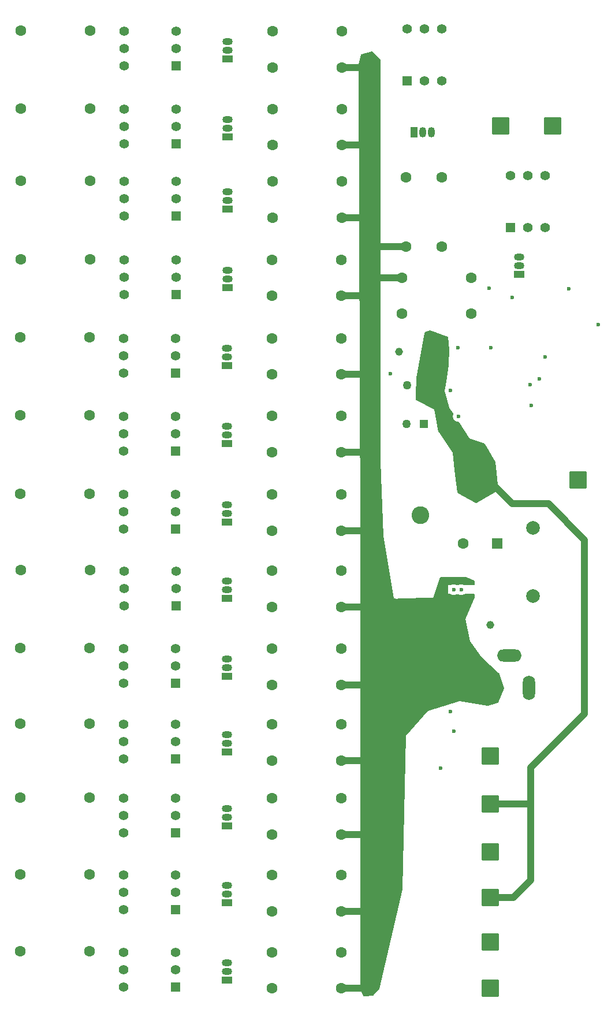
<source format=gbr>
%TF.GenerationSoftware,KiCad,Pcbnew,9.0.7*%
%TF.CreationDate,2026-01-29T13:55:36-08:00*%
%TF.ProjectId,regulator-PCB,72656775-6c61-4746-9f72-2d5043422e6b,rev?*%
%TF.SameCoordinates,Original*%
%TF.FileFunction,Copper,L3,Inr*%
%TF.FilePolarity,Positive*%
%FSLAX46Y46*%
G04 Gerber Fmt 4.6, Leading zero omitted, Abs format (unit mm)*
G04 Created by KiCad (PCBNEW 9.0.7) date 2026-01-29 13:55:36*
%MOMM*%
%LPD*%
G01*
G04 APERTURE LIST*
G04 Aperture macros list*
%AMRoundRect*
0 Rectangle with rounded corners*
0 $1 Rounding radius*
0 $2 $3 $4 $5 $6 $7 $8 $9 X,Y pos of 4 corners*
0 Add a 4 corners polygon primitive as box body*
4,1,4,$2,$3,$4,$5,$6,$7,$8,$9,$2,$3,0*
0 Add four circle primitives for the rounded corners*
1,1,$1+$1,$2,$3*
1,1,$1+$1,$4,$5*
1,1,$1+$1,$6,$7*
1,1,$1+$1,$8,$9*
0 Add four rect primitives between the rounded corners*
20,1,$1+$1,$2,$3,$4,$5,0*
20,1,$1+$1,$4,$5,$6,$7,0*
20,1,$1+$1,$6,$7,$8,$9,0*
20,1,$1+$1,$8,$9,$2,$3,0*%
G04 Aperture macros list end*
%TA.AperFunction,ComponentPad*%
%ADD10C,1.600000*%
%TD*%
%TA.AperFunction,ComponentPad*%
%ADD11O,1.500000X1.050000*%
%TD*%
%TA.AperFunction,ComponentPad*%
%ADD12R,1.500000X1.050000*%
%TD*%
%TA.AperFunction,ComponentPad*%
%ADD13RoundRect,0.250000X1.050000X-1.050000X1.050000X1.050000X-1.050000X1.050000X-1.050000X-1.050000X0*%
%TD*%
%TA.AperFunction,ComponentPad*%
%ADD14R,1.400000X1.400000*%
%TD*%
%TA.AperFunction,ComponentPad*%
%ADD15C,1.400000*%
%TD*%
%TA.AperFunction,ComponentPad*%
%ADD16R,1.270000X1.270000*%
%TD*%
%TA.AperFunction,ComponentPad*%
%ADD17C,1.270000*%
%TD*%
%TA.AperFunction,ComponentPad*%
%ADD18C,2.000000*%
%TD*%
%TA.AperFunction,ComponentPad*%
%ADD19RoundRect,0.250000X0.550000X0.550000X-0.550000X0.550000X-0.550000X-0.550000X0.550000X-0.550000X0*%
%TD*%
%TA.AperFunction,ComponentPad*%
%ADD20C,1.150000*%
%TD*%
%TA.AperFunction,ComponentPad*%
%ADD21R,1.050000X1.500000*%
%TD*%
%TA.AperFunction,ComponentPad*%
%ADD22O,1.050000X1.500000*%
%TD*%
%TA.AperFunction,ComponentPad*%
%ADD23O,1.800000X3.600000*%
%TD*%
%TA.AperFunction,ComponentPad*%
%ADD24O,3.600000X1.800000*%
%TD*%
%TA.AperFunction,ComponentPad*%
%ADD25RoundRect,0.250000X1.050000X1.050000X-1.050000X1.050000X-1.050000X-1.050000X1.050000X-1.050000X0*%
%TD*%
%TA.AperFunction,ComponentPad*%
%ADD26C,2.600000*%
%TD*%
%TA.AperFunction,ViaPad*%
%ADD27C,0.600000*%
%TD*%
%TA.AperFunction,Conductor*%
%ADD28C,1.000000*%
%TD*%
G04 APERTURE END LIST*
D10*
%TO.N,Net-(Q14-B)*%
%TO.C,R2*%
X92620000Y-75240000D03*
%TO.N,/MinResBit*%
X82460000Y-75240000D03*
%TD*%
D11*
%TO.N,Net-(Q14-C)*%
%TO.C,Q14*%
X99600000Y-66900000D03*
%TO.N,Net-(Q14-B)*%
X99600000Y-68170000D03*
D12*
%TO.N,GND*%
X99600000Y-69440000D03*
%TD*%
D10*
%TO.N,+5V*%
%TO.C,R19*%
X73500000Y-107030000D03*
%TO.N,Net-(R19-Pad2)*%
X63340000Y-107030000D03*
%TD*%
D13*
%TO.N,GND*%
%TO.C,J8*%
X95400000Y-174100000D03*
%TD*%
D10*
%TO.N,Net-(Q10-B)*%
%TO.C,R27*%
X63330000Y-146270000D03*
%TO.N,/Bit10*%
X73490000Y-146270000D03*
%TD*%
D12*
%TO.N,GND*%
%TO.C,Q3*%
X56830000Y-59910000D03*
D11*
%TO.N,Net-(Q3-B)*%
X56830000Y-58640000D03*
%TO.N,Net-(Q3-C)*%
X56830000Y-57370000D03*
%TD*%
D10*
%TO.N,/Line-R10*%
%TO.C,R37*%
X26440000Y-124240000D03*
%TO.N,/Line-R9*%
X36600000Y-124240000D03*
%TD*%
D12*
%TO.N,GND*%
%TO.C,Q11*%
X56730000Y-139510000D03*
D11*
%TO.N,Net-(Q11-B)*%
X56730000Y-138240000D03*
%TO.N,Net-(Q11-C)*%
X56730000Y-136970000D03*
%TD*%
D10*
%TO.N,Net-(Q11-B)*%
%TO.C,R26*%
X63330000Y-135440000D03*
%TO.N,/Bit9*%
X73490000Y-135440000D03*
%TD*%
D12*
%TO.N,GND*%
%TO.C,Q7*%
X56740000Y-105800000D03*
D11*
%TO.N,Net-(Q7-B)*%
X56740000Y-104530000D03*
%TO.N,Net-(Q7-C)*%
X56740000Y-103260000D03*
%TD*%
D10*
%TO.N,Net-(Q9-B)*%
%TO.C,R28*%
X63360000Y-157540000D03*
%TO.N,/Bit11*%
X73520000Y-157540000D03*
%TD*%
%TO.N,/Line-R1*%
%TO.C,R3*%
X26560000Y-33740000D03*
%TO.N,/Line-R2*%
X36720000Y-33740000D03*
%TD*%
D13*
%TO.N,+3.3V*%
%TO.C,J10*%
X95350000Y-160850000D03*
%TD*%
D14*
%TO.N,Net-(R17-Pad2)*%
%TO.C,U7*%
X49270000Y-83940000D03*
D15*
%TO.N,Net-(Q5-C)*%
X49270000Y-81400000D03*
%TO.N,N/C*%
X49270000Y-78860000D03*
%TO.N,/Line-R6*%
X41650000Y-78860000D03*
%TO.N,/Line-NC5*%
X41650000Y-81400000D03*
%TO.N,/Line-R5*%
X41650000Y-83940000D03*
%TD*%
D10*
%TO.N,+5V*%
%TO.C,R31*%
X73490000Y-151570000D03*
%TO.N,Net-(R31-Pad2)*%
X63330000Y-151570000D03*
%TD*%
%TO.N,Net-(Q2-B)*%
%TO.C,R8*%
X63440000Y-45230000D03*
%TO.N,/Bit1*%
X73600000Y-45230000D03*
%TD*%
%TO.N,+5V*%
%TO.C,R32*%
X73490000Y-140740000D03*
%TO.N,Net-(R32-Pad2)*%
X63330000Y-140740000D03*
%TD*%
D16*
%TO.N,Net-(J1-~{RESET})*%
%TO.C,C3*%
X85625000Y-91440000D03*
D17*
%TO.N,GND*%
X83085000Y-91440000D03*
%TD*%
D12*
%TO.N,GND*%
%TO.C,Q13*%
X56790000Y-117010000D03*
D11*
%TO.N,Net-(Q13-B)*%
X56790000Y-115740000D03*
%TO.N,Net-(Q13-C)*%
X56790000Y-114470000D03*
%TD*%
D14*
%TO.N,Net-(R19-Pad2)*%
%TO.C,U9*%
X49250000Y-106830000D03*
D15*
%TO.N,Net-(Q7-C)*%
X49250000Y-104290000D03*
%TO.N,N/C*%
X49250000Y-101750000D03*
%TO.N,/Line-R8*%
X41630000Y-101750000D03*
%TO.N,/Line-NC7*%
X41630000Y-104290000D03*
%TO.N,/Line-R7*%
X41630000Y-106830000D03*
%TD*%
D10*
%TO.N,Net-(Q8-B)*%
%TO.C,R43*%
X63330000Y-168840000D03*
%TO.N,/Bit12*%
X73490000Y-168840000D03*
%TD*%
%TO.N,Net-(Q3-B)*%
%TO.C,R13*%
X63430000Y-55840000D03*
%TO.N,/Bit2*%
X73590000Y-55840000D03*
%TD*%
%TO.N,Net-(R42-Pad1)*%
%TO.C,R42*%
X83000000Y-55240000D03*
%TO.N,+5V*%
X83000000Y-65400000D03*
%TD*%
%TO.N,+5V*%
%TO.C,R34*%
X73550000Y-118240000D03*
%TO.N,Net-(R34-Pad2)*%
X63390000Y-118240000D03*
%TD*%
D18*
%TO.N,Net-(U2-BP)*%
%TO.C,C4*%
X101640000Y-116640000D03*
%TO.N,GND*%
X101640000Y-106640000D03*
%TD*%
D10*
%TO.N,/Line-R12*%
%TO.C,R39*%
X26450000Y-146170000D03*
%TO.N,/Line-R11*%
X36610000Y-146170000D03*
%TD*%
D14*
%TO.N,Net-(R29-Pad2)*%
%TO.C,U10*%
X49240000Y-173940000D03*
D15*
%TO.N,Net-(Q8-C)*%
X49240000Y-171400000D03*
%TO.N,N/C*%
X49240000Y-168860000D03*
%TO.N,/Line-R13*%
X41620000Y-168860000D03*
%TO.N,/Line-NC12*%
X41620000Y-171400000D03*
%TO.N,/Line-R-In*%
X41620000Y-173940000D03*
%TD*%
D19*
%TO.N,+3.3V*%
%TO.C,C5*%
X96390000Y-108890000D03*
D10*
%TO.N,GND*%
X91390000Y-108890000D03*
%TD*%
%TO.N,Net-(Q5-B)*%
%TO.C,R15*%
X63360000Y-78840000D03*
%TO.N,/Bit4*%
X73520000Y-78840000D03*
%TD*%
D14*
%TO.N,Net-(R31-Pad2)*%
%TO.C,U12*%
X49240000Y-151370000D03*
D15*
%TO.N,Net-(Q10-C)*%
X49240000Y-148830000D03*
%TO.N,N/C*%
X49240000Y-146290000D03*
%TO.N,/Line-R11*%
X41620000Y-146290000D03*
%TO.N,/Line-NC10*%
X41620000Y-148830000D03*
%TO.N,/Line-R12*%
X41620000Y-151370000D03*
%TD*%
D12*
%TO.N,GND*%
%TO.C,Q2*%
X56840000Y-49280000D03*
D11*
%TO.N,Net-(Q2-B)*%
X56840000Y-48010000D03*
%TO.N,Net-(Q2-C)*%
X56840000Y-46740000D03*
%TD*%
D12*
%TO.N,GND*%
%TO.C,Q10*%
X56730000Y-150340000D03*
D11*
%TO.N,Net-(Q10-B)*%
X56730000Y-149070000D03*
%TO.N,Net-(Q10-C)*%
X56730000Y-147800000D03*
%TD*%
D10*
%TO.N,+5V*%
%TO.C,R1*%
X73600000Y-39140000D03*
%TO.N,Net-(R1-Pad2)*%
X63440000Y-39140000D03*
%TD*%
%TO.N,/Line-R5*%
%TO.C,R16*%
X26480000Y-78740000D03*
%TO.N,/Line-R6*%
X36640000Y-78740000D03*
%TD*%
D13*
%TO.N,/rotary-encoder-output*%
%TO.C,J9*%
X95400000Y-167350000D03*
%TD*%
D10*
%TO.N,Net-(Q4-B)*%
%TO.C,R14*%
X63390000Y-67340000D03*
%TO.N,/Bit3*%
X73550000Y-67340000D03*
%TD*%
%TO.N,/Line-R6*%
%TO.C,R20*%
X26450000Y-90140000D03*
%TO.N,/Line-R7*%
X36610000Y-90140000D03*
%TD*%
D12*
%TO.N,GND*%
%TO.C,Q5*%
X56740000Y-82880000D03*
D11*
%TO.N,Net-(Q5-B)*%
X56740000Y-81610000D03*
%TO.N,Net-(Q5-C)*%
X56740000Y-80340000D03*
%TD*%
D10*
%TO.N,+5V*%
%TO.C,R18*%
X73490000Y-95540000D03*
%TO.N,Net-(R18-Pad2)*%
X63330000Y-95540000D03*
%TD*%
D20*
%TO.N,+3.3V*%
%TO.C,C2*%
X87000000Y-80800000D03*
%TO.N,GND*%
X82000000Y-80800000D03*
%TD*%
D12*
%TO.N,GND*%
%TO.C,Q1*%
X56840000Y-37910000D03*
D11*
%TO.N,Net-(Q1-B)*%
X56840000Y-36640000D03*
%TO.N,Net-(Q1-C)*%
X56840000Y-35370000D03*
%TD*%
D12*
%TO.N,GND*%
%TO.C,Q9*%
X56760000Y-161610000D03*
D11*
%TO.N,Net-(Q9-B)*%
X56760000Y-160340000D03*
%TO.N,Net-(Q9-C)*%
X56760000Y-159070000D03*
%TD*%
D14*
%TO.N,Net-(R32-Pad2)*%
%TO.C,U13*%
X49240000Y-140540000D03*
D15*
%TO.N,Net-(Q11-C)*%
X49240000Y-138000000D03*
%TO.N,N/C*%
X49240000Y-135460000D03*
%TO.N,/Line-R10*%
X41620000Y-135460000D03*
%TO.N,/Line-NC15*%
X41620000Y-138000000D03*
%TO.N,/Line-R11*%
X41620000Y-140540000D03*
%TD*%
D14*
%TO.N,Net-(R30-Pad2)*%
%TO.C,U11*%
X49270000Y-162640000D03*
D15*
%TO.N,Net-(Q9-C)*%
X49270000Y-160100000D03*
%TO.N,N/C*%
X49270000Y-157560000D03*
%TO.N,/Line-R12*%
X41650000Y-157560000D03*
%TO.N,/Line-NC11*%
X41650000Y-160100000D03*
%TO.N,/Line-R13*%
X41650000Y-162640000D03*
%TD*%
D16*
%TO.N,+3.3V*%
%TO.C,C1*%
X85725000Y-85740000D03*
D17*
%TO.N,GND*%
X83185000Y-85740000D03*
%TD*%
D10*
%TO.N,/Line-R7*%
%TO.C,R21*%
X26460000Y-101630000D03*
%TO.N,/Line-R8*%
X36620000Y-101630000D03*
%TD*%
%TO.N,Net-(Q7-B)*%
%TO.C,R23*%
X63340000Y-101730000D03*
%TO.N,/Bit6*%
X73500000Y-101730000D03*
%TD*%
%TO.N,+5V*%
%TO.C,R33*%
X73490000Y-129640000D03*
%TO.N,Net-(R33-Pad2)*%
X63330000Y-129640000D03*
%TD*%
D21*
%TO.N,GND*%
%TO.C,Q15*%
X84230000Y-48640000D03*
D22*
%TO.N,Net-(Q15-B)*%
X85500000Y-48640000D03*
%TO.N,Net-(Q15-C)*%
X86770000Y-48640000D03*
%TD*%
D13*
%TO.N,+3.3V*%
%TO.C,J5*%
X95350000Y-147100000D03*
%TD*%
D10*
%TO.N,/Line-R11*%
%TO.C,R38*%
X26450000Y-135340000D03*
%TO.N,/Line-R10*%
X36610000Y-135340000D03*
%TD*%
D23*
%TO.N,+5V*%
%TO.C,J2*%
X95027500Y-130115000D03*
%TO.N,GND*%
X101027500Y-130115000D03*
D24*
%TO.N,unconnected-(J2-Pad3)*%
X98127500Y-125315000D03*
%TD*%
D14*
%TO.N,Net-(R42-Pad1)*%
%TO.C,U17*%
X83200000Y-41150000D03*
D15*
%TO.N,Net-(Q15-C)*%
X85740000Y-41150000D03*
%TO.N,N/C*%
X88280000Y-41150000D03*
%TO.N,/Line-R1*%
X88280000Y-33530000D03*
%TO.N,/Line-NC13*%
X85740000Y-33530000D03*
%TO.N,/Line-R-Out*%
X83200000Y-33530000D03*
%TD*%
D10*
%TO.N,Net-(Q1-B)*%
%TO.C,R7*%
X63440000Y-33840000D03*
%TO.N,/Bit0*%
X73600000Y-33840000D03*
%TD*%
%TO.N,+5V*%
%TO.C,R5*%
X73600000Y-50530000D03*
%TO.N,Net-(R5-Pad2)*%
X63440000Y-50530000D03*
%TD*%
%TO.N,Net-(Q12-B)*%
%TO.C,R25*%
X63330000Y-124340000D03*
%TO.N,/Bit8*%
X73490000Y-124340000D03*
%TD*%
%TO.N,/Line-R4*%
%TO.C,R12*%
X26510000Y-67240000D03*
%TO.N,/Line-R5*%
X36670000Y-67240000D03*
%TD*%
D25*
%TO.N,/Line-R-In*%
%TO.C,J6*%
X96940000Y-47690000D03*
%TD*%
D10*
%TO.N,+5V*%
%TO.C,R9*%
X73590000Y-61140000D03*
%TO.N,Net-(R9-Pad2)*%
X63430000Y-61140000D03*
%TD*%
D14*
%TO.N,Net-(R5-Pad2)*%
%TO.C,U4*%
X49350000Y-50330000D03*
D15*
%TO.N,Net-(Q2-C)*%
X49350000Y-47790000D03*
%TO.N,N/C*%
X49350000Y-45250000D03*
%TO.N,/Line-R3*%
X41730000Y-45250000D03*
%TO.N,/Line-NC2*%
X41730000Y-47790000D03*
%TO.N,/Line-R2*%
X41730000Y-50330000D03*
%TD*%
D14*
%TO.N,Net-(R35-Pad1)*%
%TO.C,U16*%
X98350000Y-62650000D03*
D15*
%TO.N,Net-(Q14-C)*%
X100890000Y-62650000D03*
%TO.N,N/C*%
X103430000Y-62650000D03*
%TO.N,/Line-R-Out*%
X103430000Y-55030000D03*
%TO.N,/Line-NC14*%
X100890000Y-55030000D03*
%TO.N,/Line-R-In*%
X98350000Y-55030000D03*
%TD*%
D13*
%TO.N,/FootPedalPotOutput*%
%TO.C,J3*%
X95350000Y-154100000D03*
%TD*%
D12*
%TO.N,GND*%
%TO.C,Q12*%
X56730000Y-128410000D03*
D11*
%TO.N,Net-(Q12-B)*%
X56730000Y-127140000D03*
%TO.N,Net-(Q12-C)*%
X56730000Y-125870000D03*
%TD*%
D10*
%TO.N,Net-(Q6-B)*%
%TO.C,R22*%
X63330000Y-90240000D03*
%TO.N,/Bit5*%
X73490000Y-90240000D03*
%TD*%
%TO.N,+5V*%
%TO.C,R10*%
X73550000Y-72640000D03*
%TO.N,Net-(R10-Pad2)*%
X63390000Y-72640000D03*
%TD*%
D14*
%TO.N,Net-(R18-Pad2)*%
%TO.C,U8*%
X49240000Y-95340000D03*
D15*
%TO.N,Net-(Q6-C)*%
X49240000Y-92800000D03*
%TO.N,N/C*%
X49240000Y-90260000D03*
%TO.N,/Line-R7*%
X41620000Y-90260000D03*
%TO.N,/Line-NC6*%
X41620000Y-92800000D03*
%TO.N,/Line-R6*%
X41620000Y-95340000D03*
%TD*%
D25*
%TO.N,GND*%
%TO.C,D4*%
X108260000Y-99640000D03*
D26*
%TO.N,+3.3V*%
X93020000Y-99640000D03*
%TD*%
D13*
%TO.N,GND*%
%TO.C,J4*%
X95350000Y-140100000D03*
%TD*%
D10*
%TO.N,+5V*%
%TO.C,R29*%
X73490000Y-174140000D03*
%TO.N,Net-(R29-Pad2)*%
X63330000Y-174140000D03*
%TD*%
D14*
%TO.N,Net-(R33-Pad2)*%
%TO.C,U14*%
X49240000Y-129440000D03*
D15*
%TO.N,Net-(Q12-C)*%
X49240000Y-126900000D03*
%TO.N,N/C*%
X49240000Y-124360000D03*
%TO.N,/Line-R9*%
X41620000Y-124360000D03*
%TO.N,/Line-NC9*%
X41620000Y-126900000D03*
%TO.N,/Line-R10*%
X41620000Y-129440000D03*
%TD*%
D13*
%TO.N,+5V*%
%TO.C,D3*%
X85140000Y-120010000D03*
D26*
%TO.N,GND*%
X85140000Y-104770000D03*
%TD*%
D10*
%TO.N,/Line-R9*%
%TO.C,R36*%
X26540000Y-112840000D03*
%TO.N,/Line-R8*%
X36700000Y-112840000D03*
%TD*%
D14*
%TO.N,Net-(R10-Pad2)*%
%TO.C,U6*%
X49300000Y-72440000D03*
D15*
%TO.N,Net-(Q4-C)*%
X49300000Y-69900000D03*
%TO.N,N/C*%
X49300000Y-67360000D03*
%TO.N,/Line-R5*%
X41680000Y-67360000D03*
%TO.N,/Line-NC4*%
X41680000Y-69900000D03*
%TO.N,/Line-R4*%
X41680000Y-72440000D03*
%TD*%
D12*
%TO.N,GND*%
%TO.C,Q6*%
X56730000Y-94310000D03*
D11*
%TO.N,Net-(Q6-B)*%
X56730000Y-93040000D03*
%TO.N,Net-(Q6-C)*%
X56730000Y-91770000D03*
%TD*%
D10*
%TO.N,Net-(R35-Pad1)*%
%TO.C,R35*%
X92620000Y-69940000D03*
%TO.N,+5V*%
X82460000Y-69940000D03*
%TD*%
D14*
%TO.N,Net-(R9-Pad2)*%
%TO.C,U5*%
X49340000Y-60940000D03*
D15*
%TO.N,Net-(Q3-C)*%
X49340000Y-58400000D03*
%TO.N,N/C*%
X49340000Y-55860000D03*
%TO.N,/Line-R4*%
X41720000Y-55860000D03*
%TO.N,/Line-NC3*%
X41720000Y-58400000D03*
%TO.N,/Line-R3*%
X41720000Y-60940000D03*
%TD*%
D25*
%TO.N,/Line-R-Out*%
%TO.C,J7*%
X104540000Y-47690000D03*
%TD*%
D12*
%TO.N,GND*%
%TO.C,Q4*%
X56840000Y-71380000D03*
D11*
%TO.N,Net-(Q4-B)*%
X56840000Y-70110000D03*
%TO.N,Net-(Q4-C)*%
X56840000Y-68840000D03*
%TD*%
D12*
%TO.N,GND*%
%TO.C,Q8*%
X56730000Y-172910000D03*
D11*
%TO.N,Net-(Q8-B)*%
X56730000Y-171640000D03*
%TO.N,Net-(Q8-C)*%
X56730000Y-170370000D03*
%TD*%
D10*
%TO.N,/Line-R2*%
%TO.C,R6*%
X26560000Y-45130000D03*
%TO.N,/Line-R3*%
X36720000Y-45130000D03*
%TD*%
%TO.N,Net-(Q13-B)*%
%TO.C,R24*%
X63390000Y-112940000D03*
%TO.N,/Bit7*%
X73550000Y-112940000D03*
%TD*%
D14*
%TO.N,Net-(R1-Pad2)*%
%TO.C,U3*%
X49350000Y-38940000D03*
D15*
%TO.N,Net-(Q1-C)*%
X49350000Y-36400000D03*
%TO.N,N/C*%
X49350000Y-33860000D03*
%TO.N,/Line-R2*%
X41730000Y-33860000D03*
%TO.N,/Line-NC1*%
X41730000Y-36400000D03*
%TO.N,/Line-R1*%
X41730000Y-38940000D03*
%TD*%
D10*
%TO.N,+5V*%
%TO.C,R30*%
X73520000Y-162840000D03*
%TO.N,Net-(R30-Pad2)*%
X63360000Y-162840000D03*
%TD*%
%TO.N,/MaxResBit*%
%TO.C,R4*%
X88300000Y-65400000D03*
%TO.N,Net-(Q15-B)*%
X88300000Y-55240000D03*
%TD*%
%TO.N,/Line-R-In*%
%TO.C,R41*%
X26450000Y-168740000D03*
%TO.N,/Line-R13*%
X36610000Y-168740000D03*
%TD*%
D20*
%TO.N,+5V*%
%TO.C,C6*%
X90390000Y-120890000D03*
%TO.N,GND*%
X95390000Y-120890000D03*
%TD*%
D14*
%TO.N,Net-(R34-Pad2)*%
%TO.C,U15*%
X49300000Y-118040000D03*
D15*
%TO.N,Net-(Q13-C)*%
X49300000Y-115500000D03*
%TO.N,N/C*%
X49300000Y-112960000D03*
%TO.N,/Line-R8*%
X41680000Y-112960000D03*
%TO.N,/Line-NC8*%
X41680000Y-115500000D03*
%TO.N,/Line-R9*%
X41680000Y-118040000D03*
%TD*%
D10*
%TO.N,/Line-R13*%
%TO.C,R40*%
X26480000Y-157440000D03*
%TO.N,/Line-R12*%
X36640000Y-157440000D03*
%TD*%
%TO.N,+5V*%
%TO.C,R17*%
X73520000Y-84140000D03*
%TO.N,Net-(R17-Pad2)*%
X63360000Y-84140000D03*
%TD*%
%TO.N,/Line-R3*%
%TO.C,R11*%
X26550000Y-55740000D03*
%TO.N,/Line-R4*%
X36710000Y-55740000D03*
%TD*%
D27*
%TO.N,GND*%
X89500000Y-86500000D03*
%TO.N,Net-(Q14-B)*%
X95200000Y-71500000D03*
%TO.N,/MinResBit*%
X101200000Y-85640000D03*
%TO.N,/MaxResBit*%
X102600000Y-84800000D03*
%TO.N,/Bit0*%
X103400000Y-81600000D03*
%TO.N,/Bit3*%
X95485000Y-80200000D03*
%TO.N,/Bit6*%
X90600000Y-80200000D03*
%TO.N,/Bit7*%
X80700000Y-84000000D03*
%TO.N,/rotary-encoder-output*%
X101400000Y-88700000D03*
X89500000Y-133600000D03*
%TO.N,/FootPedalPotOutput*%
X90700000Y-90300000D03*
X90050000Y-136450000D03*
%TO.N,GND*%
X88100000Y-141900000D03*
%TO.N,Net-(J1-~{RESET})*%
X111200000Y-76800000D03*
%TO.N,+3.3V*%
X88000000Y-85640000D03*
X95600000Y-98200000D03*
X93700000Y-101700000D03*
X95200000Y-100600000D03*
X95000000Y-96900000D03*
%TO.N,GND*%
X90000000Y-115700000D03*
%TO.N,+5V*%
X88800000Y-114400000D03*
%TO.N,GND*%
X91100000Y-115700000D03*
%TO.N,+5V*%
X89500000Y-123200000D03*
X85800000Y-124300000D03*
X82400000Y-117600000D03*
X90900000Y-114500000D03*
X88200000Y-115600000D03*
X88800000Y-119800000D03*
X83700000Y-122800000D03*
X90600000Y-125000000D03*
X87400000Y-122900000D03*
X91800000Y-118200000D03*
X90400000Y-117600000D03*
X88600000Y-117400000D03*
%TO.N,GND*%
X106900000Y-71600000D03*
X98600000Y-72900000D03*
%TD*%
D28*
%TO.N,+3.3V*%
X109200000Y-133870000D02*
X109200000Y-130600000D01*
X101260000Y-141810000D02*
X109200000Y-133870000D01*
X101260000Y-147310000D02*
X101260000Y-141810000D01*
%TO.N,+5V*%
X77340000Y-95540000D02*
X77500000Y-95700000D01*
X73490000Y-95540000D02*
X77340000Y-95540000D01*
%TO.N,+3.3V*%
X98600000Y-103100000D02*
X95100000Y-99600000D01*
X109200000Y-131300000D02*
X109200000Y-108400000D01*
X103900000Y-103100000D02*
X98600000Y-103100000D01*
X109200000Y-108400000D02*
X103900000Y-103100000D01*
X98720000Y-160850000D02*
X95350000Y-160850000D01*
X101260000Y-158310000D02*
X98720000Y-160850000D01*
X101260000Y-147310000D02*
X101260000Y-158310000D01*
X101050000Y-147100000D02*
X101260000Y-147310000D01*
X95350000Y-147100000D02*
X101050000Y-147100000D01*
%TO.N,+5V*%
X73490000Y-174140000D02*
X77460000Y-174140000D01*
X73520000Y-162840000D02*
X77560000Y-162840000D01*
X73490000Y-151570000D02*
X77470000Y-151570000D01*
X73490000Y-140740000D02*
X76960000Y-140740000D01*
X76860000Y-129640000D02*
X77300000Y-129200000D01*
X73490000Y-129640000D02*
X76860000Y-129640000D01*
X73550000Y-118240000D02*
X76860000Y-118240000D01*
X77230000Y-107030000D02*
X77300000Y-107100000D01*
X73500000Y-107030000D02*
X77230000Y-107030000D01*
X73520000Y-84140000D02*
X77640000Y-84140000D01*
X77260000Y-72640000D02*
X77300000Y-72600000D01*
X73550000Y-72640000D02*
X77260000Y-72640000D01*
X78460000Y-69940000D02*
X78400000Y-70000000D01*
X82460000Y-69940000D02*
X78460000Y-69940000D01*
X83000000Y-65400000D02*
X79000000Y-65400000D01*
X76560000Y-61140000D02*
X76700000Y-61000000D01*
X73590000Y-61140000D02*
X76560000Y-61140000D01*
X73600000Y-50530000D02*
X76970000Y-50530000D01*
X77040000Y-39140000D02*
X77100000Y-39200000D01*
X73600000Y-39140000D02*
X77040000Y-39140000D01*
%TD*%
%TA.AperFunction,Conductor*%
%TO.N,+5V*%
G36*
X78102527Y-36819627D02*
G01*
X78148843Y-36848843D01*
X79263681Y-37963681D01*
X79297166Y-38025004D01*
X79300000Y-38051362D01*
X79300000Y-96899988D01*
X79700000Y-107799999D01*
X79700000Y-107800001D01*
X81199999Y-117009999D01*
X81200000Y-117010000D01*
X81709815Y-117092703D01*
X82240000Y-121560000D01*
X83200000Y-124500000D01*
X87700000Y-125500000D01*
X90900000Y-127400000D01*
X92100000Y-125400000D01*
X92500000Y-123700000D01*
X92392476Y-123202030D01*
X94077500Y-125615000D01*
X94077502Y-125615002D01*
X94077503Y-125615003D01*
X96577112Y-127879267D01*
X96610490Y-127929046D01*
X97383727Y-130069944D01*
X97387986Y-130139683D01*
X97381756Y-130159292D01*
X96523246Y-132243563D01*
X96479512Y-132298053D01*
X96441097Y-132316000D01*
X95043466Y-132695663D01*
X95010960Y-132700000D01*
X95010508Y-132700000D01*
X94989639Y-132698231D01*
X90900000Y-132000000D01*
X86200000Y-133500000D01*
X83000000Y-137100000D01*
X82999999Y-137100001D01*
X82999999Y-137100003D01*
X82500285Y-159587145D01*
X82497085Y-159612514D01*
X79107241Y-174168904D01*
X79078640Y-174223732D01*
X78233453Y-175162829D01*
X78173975Y-175199490D01*
X78150120Y-175203562D01*
X76887846Y-175293725D01*
X76819574Y-175278867D01*
X76770173Y-175229457D01*
X76765139Y-175219123D01*
X76756896Y-175200000D01*
X76605270Y-174848227D01*
X76310128Y-174163496D01*
X76300000Y-174114413D01*
X76300000Y-114000164D01*
X76283532Y-107800001D01*
X76100033Y-38712440D01*
X76102441Y-38687794D01*
X76384373Y-37278131D01*
X76416822Y-37216258D01*
X76477560Y-37181750D01*
X78032764Y-36815820D01*
X78102527Y-36819627D01*
G37*
%TD.AperFunction*%
%TD*%
%TA.AperFunction,Conductor*%
%TO.N,+5V*%
G36*
X91825974Y-113811988D02*
G01*
X93027963Y-114366752D01*
X93080583Y-114412718D01*
X93100000Y-114479339D01*
X93100000Y-114876000D01*
X93080315Y-114943039D01*
X93027511Y-114988794D01*
X92976000Y-115000000D01*
X91526524Y-115000000D01*
X91479072Y-114990561D01*
X91333501Y-114930264D01*
X91333489Y-114930261D01*
X91178845Y-114899500D01*
X91178842Y-114899500D01*
X91021158Y-114899500D01*
X91021155Y-114899500D01*
X90866510Y-114930261D01*
X90866498Y-114930264D01*
X90720928Y-114990561D01*
X90712751Y-114992187D01*
X90708411Y-114994977D01*
X90673476Y-115000000D01*
X90426524Y-115000000D01*
X90379072Y-114990561D01*
X90233501Y-114930264D01*
X90233489Y-114930261D01*
X90078845Y-114899500D01*
X90078842Y-114899500D01*
X89921158Y-114899500D01*
X89921155Y-114899500D01*
X89766510Y-114930261D01*
X89766498Y-114930264D01*
X89620928Y-114990561D01*
X89573476Y-115000000D01*
X89200000Y-115000000D01*
X89200000Y-115618644D01*
X89199500Y-115621158D01*
X89199500Y-115778842D01*
X89200000Y-115781355D01*
X89200000Y-116300000D01*
X89419486Y-116300000D01*
X89486525Y-116319685D01*
X89488377Y-116320898D01*
X89620814Y-116409390D01*
X89620827Y-116409397D01*
X89766498Y-116469735D01*
X89766503Y-116469737D01*
X89921153Y-116500499D01*
X89921156Y-116500500D01*
X89921158Y-116500500D01*
X90078844Y-116500500D01*
X90078845Y-116500499D01*
X90233497Y-116469737D01*
X90379179Y-116409394D01*
X90481111Y-116341284D01*
X90547786Y-116320408D01*
X90615166Y-116338892D01*
X90618847Y-116341257D01*
X90720821Y-116409394D01*
X90720823Y-116409395D01*
X90720827Y-116409397D01*
X90866498Y-116469735D01*
X90866503Y-116469737D01*
X91021153Y-116500499D01*
X91021156Y-116500500D01*
X91021158Y-116500500D01*
X91178844Y-116500500D01*
X91178845Y-116500499D01*
X91333497Y-116469737D01*
X91479179Y-116409394D01*
X91584693Y-116338892D01*
X91611623Y-116320898D01*
X91678300Y-116300020D01*
X91680514Y-116300000D01*
X92976000Y-116300000D01*
X93043039Y-116319685D01*
X93088794Y-116372489D01*
X93100000Y-116424000D01*
X93100000Y-116873259D01*
X93088979Y-116924364D01*
X93012307Y-117093865D01*
X91700000Y-119995000D01*
X92392475Y-123202029D01*
X92392476Y-123202030D01*
X92500000Y-123700000D01*
X92100000Y-125400000D01*
X90900000Y-127400000D01*
X87700000Y-125500000D01*
X83200000Y-124500000D01*
X82240000Y-121560000D01*
X81709815Y-117092702D01*
X81735360Y-117068225D01*
X81774771Y-117024948D01*
X81836414Y-117006917D01*
X87010000Y-116890000D01*
X87972575Y-113963380D01*
X88012218Y-113905850D01*
X88076675Y-113878883D01*
X88087744Y-113878152D01*
X91771401Y-113800602D01*
X91825974Y-113811988D01*
G37*
%TD.AperFunction*%
%TD*%
%TA.AperFunction,Conductor*%
%TO.N,+3.3V*%
G36*
X86541646Y-77713882D02*
G01*
X89124251Y-78574750D01*
X89181626Y-78614624D01*
X89208334Y-78679188D01*
X89208358Y-78679406D01*
X89399035Y-80490839D01*
X89399599Y-80509206D01*
X89300328Y-82792451D01*
X89298758Y-82807450D01*
X88999997Y-84600013D01*
X88763496Y-86176683D01*
X88755430Y-86205739D01*
X88730264Y-86266497D01*
X88730261Y-86266505D01*
X88699500Y-86421153D01*
X88699500Y-86421158D01*
X88699500Y-86578842D01*
X88701593Y-86589368D01*
X88700000Y-86600000D01*
X88711663Y-86639992D01*
X88712784Y-86645625D01*
X88712822Y-86645824D01*
X88730261Y-86733490D01*
X88730262Y-86733492D01*
X88730263Y-86733497D01*
X88756996Y-86798037D01*
X88761471Y-86810760D01*
X89399999Y-88999999D01*
X89400000Y-89000000D01*
X89956516Y-89863559D01*
X89976285Y-89930574D01*
X89966846Y-89978182D01*
X89930264Y-90066498D01*
X89930261Y-90066510D01*
X89899500Y-90221153D01*
X89899500Y-90378846D01*
X89930261Y-90533489D01*
X89930264Y-90533501D01*
X89990602Y-90679172D01*
X89990609Y-90679185D01*
X90078210Y-90810288D01*
X90078213Y-90810292D01*
X90189707Y-90921786D01*
X90189711Y-90921789D01*
X90320814Y-91009390D01*
X90320827Y-91009397D01*
X90466498Y-91069735D01*
X90466503Y-91069737D01*
X90621153Y-91100499D01*
X90621156Y-91100500D01*
X90686048Y-91100500D01*
X90753087Y-91120185D01*
X90790278Y-91157328D01*
X92300000Y-93500000D01*
X94556177Y-94284757D01*
X94613028Y-94325373D01*
X94623053Y-94340268D01*
X96127238Y-96967709D01*
X96142856Y-97015524D01*
X96590965Y-101019276D01*
X96578859Y-101088089D01*
X96531472Y-101139433D01*
X96529606Y-101140529D01*
X93360782Y-102965004D01*
X93292862Y-102981395D01*
X93238690Y-102965938D01*
X90653254Y-101529584D01*
X90604211Y-101479820D01*
X90590873Y-101439765D01*
X90100681Y-98204495D01*
X90099651Y-98195464D01*
X89900000Y-95600000D01*
X87799430Y-92621876D01*
X87778969Y-92573705D01*
X87507984Y-91157329D01*
X87149000Y-89281000D01*
X87148999Y-89280999D01*
X84523583Y-87934182D01*
X84472919Y-87886068D01*
X84456196Y-87821927D01*
X84473092Y-86733490D01*
X84499851Y-85009577D01*
X84501619Y-84990554D01*
X84568571Y-84600000D01*
X85687973Y-78070155D01*
X85718701Y-78007409D01*
X85766645Y-77975007D01*
X86458896Y-77715413D01*
X86528578Y-77710306D01*
X86541646Y-77713882D01*
G37*
%TD.AperFunction*%
%TD*%
M02*

</source>
